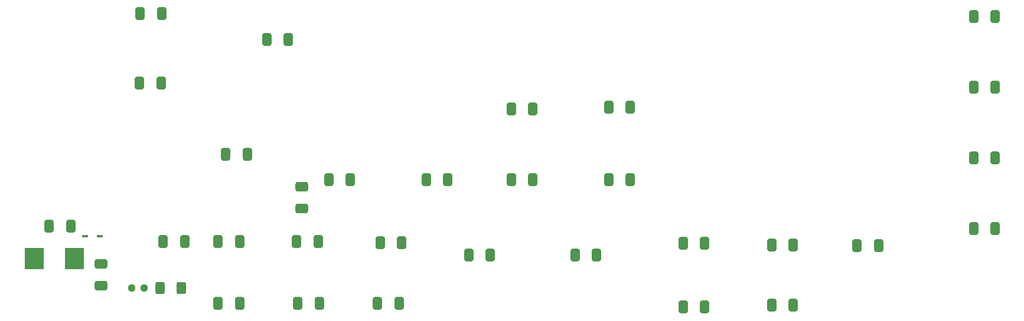
<source format=gbr>
%TF.GenerationSoftware,KiCad,Pcbnew,7.0.0-da2b9df05c~171~ubuntu20.04.1*%
%TF.CreationDate,2023-03-29T16:56:17-07:00*%
%TF.ProjectId,Motherboard,4d6f7468-6572-4626-9f61-72642e6b6963,rev?*%
%TF.SameCoordinates,Original*%
%TF.FileFunction,Paste,Bot*%
%TF.FilePolarity,Positive*%
%FSLAX46Y46*%
G04 Gerber Fmt 4.6, Leading zero omitted, Abs format (unit mm)*
G04 Created by KiCad (PCBNEW 7.0.0-da2b9df05c~171~ubuntu20.04.1) date 2023-03-29 16:56:17*
%MOMM*%
%LPD*%
G01*
G04 APERTURE LIST*
G04 Aperture macros list*
%AMRoundRect*
0 Rectangle with rounded corners*
0 $1 Rounding radius*
0 $2 $3 $4 $5 $6 $7 $8 $9 X,Y pos of 4 corners*
0 Add a 4 corners polygon primitive as box body*
4,1,4,$2,$3,$4,$5,$6,$7,$8,$9,$2,$3,0*
0 Add four circle primitives for the rounded corners*
1,1,$1+$1,$2,$3*
1,1,$1+$1,$4,$5*
1,1,$1+$1,$6,$7*
1,1,$1+$1,$8,$9*
0 Add four rect primitives between the rounded corners*
20,1,$1+$1,$2,$3,$4,$5,0*
20,1,$1+$1,$4,$5,$6,$7,0*
20,1,$1+$1,$6,$7,$8,$9,0*
20,1,$1+$1,$8,$9,$2,$3,0*%
G04 Aperture macros list end*
%ADD10RoundRect,0.250000X-0.412500X-0.650000X0.412500X-0.650000X0.412500X0.650000X-0.412500X0.650000X0*%
%ADD11RoundRect,0.237500X-0.250000X-0.237500X0.250000X-0.237500X0.250000X0.237500X-0.250000X0.237500X0*%
%ADD12RoundRect,0.250000X0.412500X0.650000X-0.412500X0.650000X-0.412500X-0.650000X0.412500X-0.650000X0*%
%ADD13R,2.800000X3.150000*%
%ADD14RoundRect,0.250000X0.400000X0.625000X-0.400000X0.625000X-0.400000X-0.625000X0.400000X-0.625000X0*%
%ADD15RoundRect,0.250000X0.650000X-0.412500X0.650000X0.412500X-0.650000X0.412500X-0.650000X-0.412500X0*%
%ADD16R,0.950000X0.420000*%
%ADD17RoundRect,0.250000X-0.650000X0.412500X-0.650000X-0.412500X0.650000X-0.412500X0.650000X0.412500X0*%
G04 APERTURE END LIST*
D10*
%TO.C,C17*%
X176784000Y-128524000D03*
X179909000Y-128524000D03*
%TD*%
%TO.C,C18*%
X148590000Y-121285000D03*
X151715000Y-121285000D03*
%TD*%
%TO.C,C22*%
X189026800Y-119913400D03*
X192151800Y-119913400D03*
%TD*%
%TO.C,C10*%
X139446000Y-110490000D03*
X142571000Y-110490000D03*
%TD*%
%TO.C,C24*%
X104394000Y-90330000D03*
X107519000Y-90330000D03*
%TD*%
%TO.C,C35*%
X86219900Y-86588600D03*
X89344900Y-86588600D03*
%TD*%
%TO.C,C14*%
X133350000Y-121285000D03*
X136475000Y-121285000D03*
%TD*%
%TO.C,C12*%
X97409000Y-119380000D03*
X100534000Y-119380000D03*
%TD*%
%TO.C,C21*%
X89521900Y-119329200D03*
X92646900Y-119329200D03*
%TD*%
%TO.C,C34*%
X86169100Y-96596200D03*
X89294100Y-96596200D03*
%TD*%
D11*
%TO.C,R1*%
X85004250Y-126034800D03*
X86829250Y-126034800D03*
%TD*%
D12*
%TO.C,C30*%
X208865000Y-117475000D03*
X205740000Y-117475000D03*
%TD*%
%TO.C,C32*%
X208865000Y-86995000D03*
X205740000Y-86995000D03*
%TD*%
D10*
%TO.C,C5*%
X97409000Y-128270000D03*
X100534000Y-128270000D03*
%TD*%
D13*
%TO.C,F2*%
X76859999Y-121774999D03*
X71059999Y-121774999D03*
%TD*%
D10*
%TO.C,C2*%
X120269000Y-128204000D03*
X123394000Y-128204000D03*
%TD*%
%TO.C,C11*%
X153416000Y-100076000D03*
X156541000Y-100076000D03*
%TD*%
D14*
%TO.C,R2*%
X92191150Y-126034800D03*
X89091150Y-126034800D03*
%TD*%
D10*
%TO.C,C19*%
X176784000Y-119888000D03*
X179909000Y-119888000D03*
%TD*%
%TO.C,C3*%
X108635000Y-119380000D03*
X111760000Y-119380000D03*
%TD*%
%TO.C,C25*%
X113284000Y-110490000D03*
X116409000Y-110490000D03*
%TD*%
%TO.C,C15*%
X139446000Y-100330000D03*
X142571000Y-100330000D03*
%TD*%
D12*
%TO.C,C33*%
X101638500Y-106807000D03*
X98513500Y-106807000D03*
%TD*%
%TO.C,C31*%
X208865000Y-97155000D03*
X205740000Y-97155000D03*
%TD*%
%TO.C,C29*%
X208865000Y-107315000D03*
X205740000Y-107315000D03*
%TD*%
D15*
%TO.C,C27*%
X109448600Y-114567100D03*
X109448600Y-111442100D03*
%TD*%
D10*
%TO.C,C9*%
X153416000Y-110490000D03*
X156541000Y-110490000D03*
%TD*%
D16*
%TO.C,D2*%
X78324999Y-118599999D03*
X80474999Y-118599999D03*
%TD*%
D17*
%TO.C,C6*%
X80645000Y-122555000D03*
X80645000Y-125680000D03*
%TD*%
D10*
%TO.C,C13*%
X120650000Y-119540000D03*
X123775000Y-119540000D03*
%TD*%
%TO.C,C1*%
X108839000Y-128270000D03*
X111964000Y-128270000D03*
%TD*%
%TO.C,C16*%
X164084000Y-119634000D03*
X167209000Y-119634000D03*
%TD*%
%TO.C,C20*%
X73188000Y-117134000D03*
X76313000Y-117134000D03*
%TD*%
%TO.C,C23*%
X127254000Y-110490000D03*
X130379000Y-110490000D03*
%TD*%
%TO.C,C7*%
X164084000Y-128778000D03*
X167209000Y-128778000D03*
%TD*%
M02*

</source>
